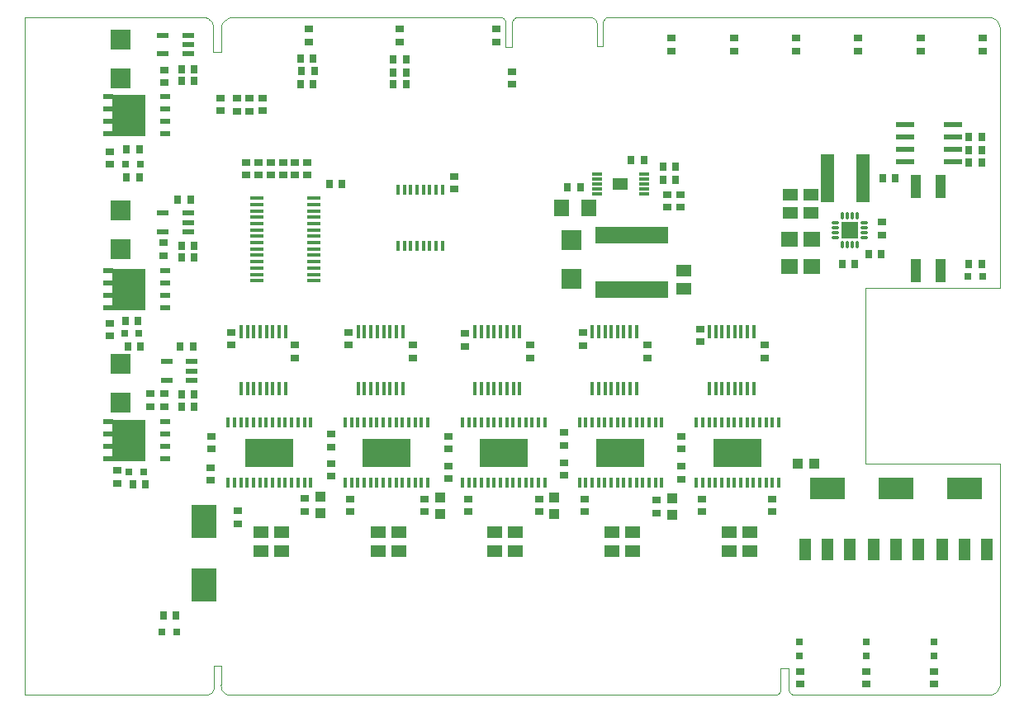
<source format=gtp>
G75*
%MOIN*%
%OFA0B0*%
%FSLAX24Y24*%
%IPPOS*%
%LPD*%
%AMOC8*
5,1,8,0,0,1.08239X$1,22.5*
%
%ADD10C,0.0000*%
%ADD11R,0.0138X0.0394*%
%ADD12R,0.1969X0.1181*%
%ADD13R,0.0140X0.0580*%
%ADD14R,0.0120X0.0390*%
%ADD15R,0.0354X0.0276*%
%ADD16R,0.0591X0.0512*%
%ADD17R,0.0315X0.0315*%
%ADD18R,0.0480X0.0880*%
%ADD19R,0.1417X0.0866*%
%ADD20R,0.0276X0.0354*%
%ADD21R,0.0580X0.0140*%
%ADD22R,0.0433X0.0394*%
%ADD23R,0.0394X0.0433*%
%ADD24R,0.0445X0.0961*%
%ADD25R,0.0984X0.1378*%
%ADD26R,0.0787X0.0787*%
%ADD27C,0.0118*%
%ADD28R,0.0709X0.0709*%
%ADD29R,0.0709X0.0630*%
%ADD30R,0.0551X0.1969*%
%ADD31R,0.0394X0.0118*%
%ADD32R,0.0630X0.0709*%
%ADD33R,0.2953X0.0709*%
%ADD34R,0.0780X0.0210*%
%ADD35R,0.0433X0.0197*%
%ADD36R,0.1378X0.1693*%
%ADD37R,0.0472X0.0217*%
D10*
X002484Y003433D02*
X009806Y003433D01*
X009807Y003433D02*
X009841Y003436D01*
X009875Y003443D01*
X009909Y003454D01*
X009941Y003467D01*
X009971Y003484D01*
X010000Y003503D01*
X010027Y003525D01*
X010052Y003550D01*
X010073Y003577D01*
X010093Y003606D01*
X010109Y003637D01*
X010122Y003670D01*
X010132Y003703D01*
X010138Y003737D01*
X010142Y003772D01*
X010141Y003807D01*
X010141Y004614D01*
X010417Y004614D01*
X010417Y003846D01*
X010416Y003847D02*
X010415Y003809D01*
X010418Y003771D01*
X010424Y003734D01*
X010434Y003697D01*
X010448Y003662D01*
X010464Y003628D01*
X010485Y003596D01*
X010508Y003566D01*
X010534Y003539D01*
X010562Y003514D01*
X010593Y003492D01*
X010626Y003474D01*
X010660Y003458D01*
X010696Y003446D01*
X010733Y003438D01*
X010770Y003433D01*
X010771Y003433D02*
X032779Y003433D01*
X032808Y003436D01*
X032837Y003443D01*
X032865Y003453D01*
X032892Y003466D01*
X032917Y003482D01*
X032939Y003502D01*
X032960Y003523D01*
X032977Y003547D01*
X032991Y003573D01*
X033002Y003601D01*
X033010Y003630D01*
X033014Y003659D01*
X033015Y003689D01*
X033015Y004516D01*
X033330Y004516D01*
X033330Y003689D01*
X033331Y003659D01*
X033335Y003630D01*
X033343Y003601D01*
X033354Y003573D01*
X033368Y003547D01*
X033385Y003523D01*
X033406Y003502D01*
X033428Y003482D01*
X033453Y003466D01*
X033480Y003453D01*
X033508Y003443D01*
X033537Y003436D01*
X033566Y003433D01*
X041361Y003433D01*
X041402Y003432D01*
X041442Y003435D01*
X041482Y003441D01*
X041522Y003451D01*
X041560Y003464D01*
X041597Y003480D01*
X041632Y003500D01*
X041666Y003522D01*
X041698Y003548D01*
X041727Y003576D01*
X041753Y003606D01*
X041777Y003639D01*
X041798Y003674D01*
X041816Y003710D01*
X041831Y003748D01*
X041842Y003786D01*
X041850Y003826D01*
X041854Y003866D01*
X041854Y012783D01*
X036417Y012783D01*
X036417Y019870D01*
X041854Y019870D01*
X041854Y030402D01*
X041854Y030401D02*
X041849Y030441D01*
X041841Y030480D01*
X041829Y030519D01*
X041814Y030556D01*
X041796Y030592D01*
X041775Y030626D01*
X041751Y030658D01*
X041724Y030688D01*
X041695Y030715D01*
X041664Y030740D01*
X041630Y030762D01*
X041595Y030781D01*
X041558Y030796D01*
X041520Y030809D01*
X041481Y030818D01*
X041442Y030824D01*
X041402Y030826D01*
X041362Y030825D01*
X041361Y030825D02*
X026056Y030825D01*
X026028Y030820D01*
X026000Y030812D01*
X025973Y030800D01*
X025947Y030786D01*
X025924Y030768D01*
X025903Y030748D01*
X025885Y030725D01*
X025869Y030701D01*
X025856Y030674D01*
X025847Y030646D01*
X025841Y030618D01*
X025839Y030589D01*
X025840Y030559D01*
X025840Y029634D01*
X025584Y029634D01*
X025584Y030539D01*
X025585Y030570D01*
X025582Y030601D01*
X025575Y030631D01*
X025564Y030661D01*
X025550Y030688D01*
X025533Y030714D01*
X025513Y030738D01*
X025490Y030759D01*
X025465Y030777D01*
X025437Y030792D01*
X025408Y030803D01*
X025378Y030811D01*
X025348Y030815D01*
X022365Y030815D01*
X022366Y030815D02*
X022338Y030808D01*
X022310Y030798D01*
X022285Y030785D01*
X022261Y030769D01*
X022239Y030751D01*
X022219Y030729D01*
X022202Y030706D01*
X022189Y030681D01*
X022178Y030654D01*
X022171Y030626D01*
X022167Y030597D01*
X022166Y030568D01*
X022169Y030540D01*
X022169Y030539D02*
X022169Y029614D01*
X021913Y029614D01*
X021913Y030539D01*
X021912Y030540D02*
X021915Y030568D01*
X021914Y030597D01*
X021910Y030626D01*
X021903Y030654D01*
X021892Y030681D01*
X021879Y030706D01*
X021862Y030729D01*
X021842Y030751D01*
X021820Y030769D01*
X021796Y030785D01*
X021771Y030798D01*
X021743Y030808D01*
X021715Y030815D01*
X021716Y030815D02*
X010889Y030815D01*
X010848Y030813D01*
X010807Y030808D01*
X010767Y030799D01*
X010728Y030787D01*
X010690Y030771D01*
X010653Y030752D01*
X010618Y030730D01*
X010586Y030705D01*
X010555Y030677D01*
X010527Y030646D01*
X010502Y030614D01*
X010480Y030579D01*
X010461Y030542D01*
X010445Y030504D01*
X010433Y030465D01*
X010424Y030425D01*
X010419Y030384D01*
X010417Y030343D01*
X010417Y029398D01*
X010102Y029398D01*
X010102Y030343D01*
X010105Y030382D01*
X010104Y030421D01*
X010100Y030459D01*
X010093Y030498D01*
X010082Y030535D01*
X010067Y030571D01*
X010050Y030606D01*
X010029Y030639D01*
X010005Y030670D01*
X009978Y030698D01*
X009949Y030724D01*
X009918Y030747D01*
X009885Y030768D01*
X009850Y030785D01*
X009813Y030798D01*
X009776Y030809D01*
X009737Y030816D01*
X009737Y030815D02*
X002484Y030815D01*
X002484Y003433D01*
D11*
X010712Y012011D03*
X010968Y012011D03*
X011224Y012011D03*
X011480Y012011D03*
X011736Y012011D03*
X011991Y012011D03*
X012247Y012011D03*
X012503Y012011D03*
X012759Y012011D03*
X013015Y012011D03*
X013271Y012011D03*
X013527Y012011D03*
X013783Y012011D03*
X014039Y012011D03*
X015436Y012011D03*
X015692Y012011D03*
X015948Y012011D03*
X016204Y012011D03*
X016460Y012011D03*
X016716Y012011D03*
X016972Y012011D03*
X017228Y012011D03*
X017484Y012011D03*
X017739Y012011D03*
X017995Y012011D03*
X018251Y012011D03*
X018507Y012011D03*
X018763Y012011D03*
X020161Y012011D03*
X020417Y012011D03*
X020673Y012011D03*
X020928Y012011D03*
X021184Y012011D03*
X021440Y012011D03*
X021696Y012011D03*
X021952Y012011D03*
X022208Y012011D03*
X022464Y012011D03*
X022720Y012011D03*
X022976Y012011D03*
X023232Y012011D03*
X023487Y012011D03*
X024885Y012011D03*
X025141Y012011D03*
X025397Y012011D03*
X025653Y012011D03*
X025909Y012011D03*
X026165Y012011D03*
X026421Y012011D03*
X026676Y012011D03*
X026932Y012011D03*
X027188Y012011D03*
X027444Y012011D03*
X027700Y012011D03*
X027956Y012011D03*
X028212Y012011D03*
X029610Y012011D03*
X029865Y012011D03*
X030121Y012011D03*
X030377Y012011D03*
X030633Y012011D03*
X030889Y012011D03*
X031145Y012011D03*
X031401Y012011D03*
X031657Y012011D03*
X031913Y012011D03*
X032169Y012011D03*
X032424Y012011D03*
X032680Y012011D03*
X032936Y012011D03*
X032936Y014442D03*
X032680Y014442D03*
X032424Y014442D03*
X032169Y014442D03*
X031913Y014442D03*
X031657Y014442D03*
X031401Y014442D03*
X031145Y014442D03*
X030889Y014442D03*
X030633Y014442D03*
X030377Y014442D03*
X030121Y014442D03*
X029865Y014442D03*
X029610Y014442D03*
X028212Y014442D03*
X027956Y014442D03*
X027700Y014442D03*
X027444Y014442D03*
X027188Y014442D03*
X026932Y014442D03*
X026676Y014442D03*
X026421Y014442D03*
X026165Y014442D03*
X025909Y014442D03*
X025653Y014442D03*
X025397Y014442D03*
X025141Y014442D03*
X024885Y014442D03*
X023487Y014442D03*
X023232Y014442D03*
X022976Y014442D03*
X022720Y014442D03*
X022464Y014442D03*
X022208Y014442D03*
X021952Y014442D03*
X021696Y014442D03*
X021440Y014442D03*
X021184Y014442D03*
X020928Y014442D03*
X020673Y014442D03*
X020417Y014442D03*
X020161Y014442D03*
X018763Y014442D03*
X018507Y014442D03*
X018251Y014442D03*
X017995Y014442D03*
X017739Y014442D03*
X017484Y014442D03*
X017228Y014442D03*
X016972Y014442D03*
X016716Y014442D03*
X016460Y014442D03*
X016204Y014442D03*
X015948Y014442D03*
X015692Y014442D03*
X015436Y014442D03*
X014039Y014442D03*
X013783Y014442D03*
X013527Y014442D03*
X013271Y014442D03*
X013015Y014442D03*
X012759Y014442D03*
X012503Y014442D03*
X012247Y014442D03*
X011991Y014442D03*
X011736Y014442D03*
X011480Y014442D03*
X011224Y014442D03*
X010968Y014442D03*
X010712Y014442D03*
D12*
X012375Y013226D03*
X017100Y013226D03*
X021824Y013226D03*
X026549Y013226D03*
X031273Y013226D03*
D13*
X031157Y015817D03*
X031407Y015817D03*
X031667Y015817D03*
X031927Y015817D03*
X030897Y015817D03*
X030647Y015817D03*
X030387Y015817D03*
X030127Y015817D03*
X030127Y018117D03*
X030387Y018117D03*
X030647Y018117D03*
X030897Y018117D03*
X031157Y018117D03*
X031407Y018117D03*
X031667Y018117D03*
X031927Y018117D03*
X027202Y018117D03*
X026942Y018117D03*
X026682Y018117D03*
X026432Y018117D03*
X026172Y018117D03*
X025922Y018117D03*
X025662Y018117D03*
X025402Y018117D03*
X025402Y015817D03*
X025662Y015817D03*
X025922Y015817D03*
X026172Y015817D03*
X026432Y015817D03*
X026682Y015817D03*
X026942Y015817D03*
X027202Y015817D03*
X022478Y015817D03*
X022218Y015817D03*
X021958Y015817D03*
X021708Y015817D03*
X021448Y015817D03*
X021198Y015817D03*
X020938Y015817D03*
X020678Y015817D03*
X020678Y018117D03*
X020938Y018117D03*
X021198Y018117D03*
X021448Y018117D03*
X021708Y018117D03*
X021958Y018117D03*
X022218Y018117D03*
X022478Y018117D03*
X017754Y018117D03*
X017494Y018117D03*
X017234Y018117D03*
X016984Y018117D03*
X016724Y018117D03*
X016474Y018117D03*
X016214Y018117D03*
X015954Y018117D03*
X015954Y015817D03*
X016214Y015817D03*
X016474Y015817D03*
X016724Y015817D03*
X016984Y015817D03*
X017234Y015817D03*
X017494Y015817D03*
X017754Y015817D03*
X013029Y015817D03*
X012769Y015817D03*
X012509Y015817D03*
X012259Y015817D03*
X011999Y015817D03*
X011749Y015817D03*
X011489Y015817D03*
X011229Y015817D03*
X011229Y018117D03*
X011489Y018117D03*
X011749Y018117D03*
X011999Y018117D03*
X012259Y018117D03*
X012509Y018117D03*
X012769Y018117D03*
X013029Y018117D03*
D14*
X017562Y021566D03*
X017818Y021566D03*
X018074Y021566D03*
X018330Y021566D03*
X018586Y021566D03*
X018842Y021566D03*
X019098Y021566D03*
X019354Y021566D03*
X019354Y023863D03*
X019098Y023863D03*
X018842Y023863D03*
X018586Y023863D03*
X018330Y023863D03*
X018074Y023863D03*
X017818Y023863D03*
X017562Y023863D03*
D15*
X019836Y023866D03*
X019836Y024378D03*
X022154Y028117D03*
X022154Y028629D03*
X021539Y029821D03*
X021539Y030333D03*
X017621Y030333D03*
X017621Y029821D03*
X013950Y029821D03*
X013950Y030333D03*
X012090Y027547D03*
X012090Y027035D03*
X011558Y027026D03*
X011056Y027026D03*
X011056Y027537D03*
X011558Y027537D03*
X010407Y027557D03*
X010407Y027045D03*
X008143Y028177D03*
X008143Y028689D03*
X005928Y025392D03*
X005928Y024880D03*
X008094Y021701D03*
X008094Y021189D03*
X005928Y018453D03*
X005928Y017941D03*
X007552Y015598D03*
X007552Y015087D03*
X008143Y015087D03*
X008143Y015598D03*
X010023Y013883D03*
X010023Y013371D03*
X010013Y012610D03*
X010013Y012098D03*
X011084Y010864D03*
X011084Y010353D03*
X013786Y010863D03*
X013786Y011374D03*
X014865Y012272D03*
X014865Y012783D03*
X014856Y013453D03*
X014856Y013965D03*
X015623Y011346D03*
X015623Y010835D03*
X018645Y010835D03*
X018645Y011346D03*
X019592Y012164D03*
X019592Y012675D03*
X019592Y013374D03*
X019592Y013886D03*
X020387Y011346D03*
X020387Y010835D03*
X023251Y010835D03*
X023251Y011346D03*
X024275Y012311D03*
X024275Y012823D03*
X024275Y013523D03*
X024275Y014035D03*
X025111Y011346D03*
X025111Y010835D03*
X028015Y010795D03*
X028015Y011307D03*
X028999Y012154D03*
X028999Y012665D03*
X028989Y013374D03*
X028989Y013886D03*
X029836Y011346D03*
X029836Y010835D03*
X032659Y010835D03*
X032659Y011346D03*
X032356Y017055D03*
X032356Y017567D03*
X029756Y017715D03*
X029756Y018227D03*
X027631Y017567D03*
X027631Y017055D03*
X025031Y017555D03*
X025031Y018067D03*
X022907Y017567D03*
X022907Y017055D03*
X020267Y017525D03*
X020267Y018037D03*
X018182Y017567D03*
X018182Y017055D03*
X015562Y017565D03*
X015562Y018077D03*
X013409Y017567D03*
X013409Y017055D03*
X010829Y017565D03*
X010829Y018077D03*
X006224Y012498D03*
X006224Y011986D03*
X011440Y024437D03*
X011932Y024437D03*
X012424Y024437D03*
X012917Y024437D03*
X013409Y024437D03*
X013409Y024949D03*
X012917Y024949D03*
X012424Y024949D03*
X011932Y024949D03*
X011440Y024949D03*
X013901Y024949D03*
X013901Y024437D03*
X028419Y023659D03*
X028960Y023659D03*
X028960Y023148D03*
X028419Y023148D03*
X028615Y029457D03*
X028615Y029969D03*
X031125Y029969D03*
X031125Y029457D03*
X033635Y029457D03*
X033635Y029969D03*
X036145Y029969D03*
X036145Y029457D03*
X038655Y029457D03*
X038655Y029969D03*
X041165Y029969D03*
X041165Y029457D03*
X037090Y022537D03*
X037090Y022026D03*
X036480Y004388D03*
X036480Y003876D03*
X033793Y003876D03*
X033793Y004388D03*
X039196Y004388D03*
X039196Y003876D03*
D16*
X031765Y009260D03*
X031765Y010008D03*
X030928Y010008D03*
X030928Y009260D03*
X027041Y009260D03*
X027041Y010008D03*
X026204Y010008D03*
X026204Y009260D03*
X022316Y009260D03*
X022316Y010008D03*
X021480Y010008D03*
X021480Y009260D03*
X017592Y009260D03*
X017592Y010008D03*
X016755Y010008D03*
X016755Y009260D03*
X012867Y009260D03*
X012867Y010008D03*
X012031Y010008D03*
X012031Y009260D03*
X029108Y019841D03*
X029108Y020589D03*
X026533Y024065D03*
X033389Y023659D03*
X034236Y023659D03*
X034236Y022911D03*
X033389Y022911D03*
D17*
X040574Y020362D03*
X041165Y020362D03*
X039196Y005589D03*
X039196Y004998D03*
X036470Y004998D03*
X036470Y005589D03*
X033773Y005589D03*
X033773Y004998D03*
X008635Y005992D03*
X008045Y005992D03*
X007306Y012439D03*
X006716Y012439D03*
X006519Y018049D03*
X007110Y018049D03*
X007159Y024890D03*
X006568Y024890D03*
D18*
X033985Y009329D03*
X034895Y009329D03*
X035805Y009329D03*
X036761Y009329D03*
X037671Y009329D03*
X038580Y009329D03*
X039517Y009329D03*
X040426Y009329D03*
X041336Y009329D03*
D19*
X040426Y011769D03*
X037671Y011769D03*
X034895Y011769D03*
D20*
X035495Y020835D03*
X036007Y020835D03*
X036558Y021248D03*
X037070Y021248D03*
X040613Y020854D03*
X041125Y020854D03*
X037631Y024299D03*
X037119Y024299D03*
X040613Y024939D03*
X041125Y024939D03*
X041125Y025431D03*
X040613Y025431D03*
X040613Y025972D03*
X041125Y025972D03*
X028773Y024781D03*
X028261Y024781D03*
X028261Y024240D03*
X028773Y024240D03*
X027493Y025057D03*
X026982Y025057D03*
X024924Y023935D03*
X024413Y023935D03*
X017887Y028098D03*
X017887Y028581D03*
X017375Y028581D03*
X017375Y028098D03*
X017375Y029112D03*
X017887Y029112D03*
X014186Y028650D03*
X013674Y028650D03*
X013625Y028098D03*
X014137Y028098D03*
X014137Y029161D03*
X013625Y029161D03*
X009334Y028728D03*
X009334Y028236D03*
X008822Y028236D03*
X008822Y028728D03*
X007119Y025480D03*
X006608Y025480D03*
X006608Y024348D03*
X007119Y024348D03*
X008674Y023463D03*
X009186Y023463D03*
X009334Y021593D03*
X008822Y021593D03*
X008822Y021100D03*
X009334Y021100D03*
X007070Y018541D03*
X006558Y018541D03*
X006657Y017508D03*
X007169Y017508D03*
X008773Y017508D03*
X009285Y017508D03*
X009334Y015589D03*
X009334Y015096D03*
X008822Y015096D03*
X008822Y015589D03*
X007365Y011947D03*
X006854Y011947D03*
X008084Y006632D03*
X008596Y006632D03*
X014795Y024075D03*
X015306Y024075D03*
D21*
X014165Y023499D03*
X014165Y023249D03*
X014165Y022989D03*
X014165Y022739D03*
X014165Y022479D03*
X014165Y022219D03*
X014165Y021969D03*
X014165Y021709D03*
X014165Y021459D03*
X014165Y021199D03*
X014165Y020939D03*
X014165Y020689D03*
X014165Y020429D03*
X014165Y020179D03*
X011865Y020179D03*
X011865Y020429D03*
X011865Y020689D03*
X011865Y020939D03*
X011865Y021199D03*
X011865Y021459D03*
X011865Y021709D03*
X011865Y021969D03*
X011865Y022219D03*
X011865Y022479D03*
X011865Y022739D03*
X011865Y022989D03*
X011865Y023249D03*
X011865Y023499D03*
D22*
X033700Y012770D03*
X034369Y012770D03*
D23*
X028635Y011386D03*
X028635Y010717D03*
X023871Y010736D03*
X023871Y011406D03*
X019265Y011406D03*
X019265Y010736D03*
X014423Y010776D03*
X014423Y011445D03*
D24*
X038450Y020589D03*
X039450Y020589D03*
X039450Y023974D03*
X038450Y023974D03*
D25*
X009728Y010441D03*
X009728Y007882D03*
D26*
X006371Y015244D03*
X006371Y016819D03*
X006371Y021445D03*
X006371Y023020D03*
X006371Y028335D03*
X006371Y029909D03*
X024560Y021829D03*
X024560Y020254D03*
D27*
X035122Y021917D02*
X035298Y021917D01*
X035298Y022114D02*
X035122Y022114D01*
X035122Y022311D02*
X035298Y022311D01*
X035298Y022508D02*
X035122Y022508D01*
X035495Y022705D02*
X035495Y022881D01*
X035692Y022881D02*
X035692Y022705D01*
X035889Y022705D02*
X035889Y022881D01*
X036086Y022881D02*
X036086Y022705D01*
X036283Y022508D02*
X036459Y022508D01*
X036459Y022311D02*
X036283Y022311D01*
X036283Y022114D02*
X036459Y022114D01*
X036459Y021917D02*
X036283Y021917D01*
X036086Y021720D02*
X036086Y021544D01*
X035889Y021544D02*
X035889Y021720D01*
X035692Y021720D02*
X035692Y021544D01*
X035495Y021544D02*
X035495Y021720D01*
D28*
X035791Y022213D03*
D29*
X034255Y021858D03*
X033379Y021858D03*
X033379Y020756D03*
X034255Y020756D03*
D30*
X034885Y024299D03*
X036342Y024299D03*
D31*
X027493Y024270D03*
X027493Y024467D03*
X027493Y024071D03*
X027493Y023876D03*
X027493Y023679D03*
X025604Y023679D03*
X025604Y023876D03*
X025604Y024071D03*
X025604Y024270D03*
X025604Y024467D03*
D32*
X025279Y023118D03*
X024176Y023118D03*
D33*
X026991Y022006D03*
X026991Y019801D03*
D34*
X038029Y024976D03*
X038029Y025476D03*
X038029Y025976D03*
X038029Y026476D03*
X039969Y026476D03*
X039969Y025976D03*
X039969Y025476D03*
X039969Y024976D03*
D35*
X008153Y026108D03*
X008153Y026608D03*
X008153Y027108D03*
X008153Y027608D03*
X005869Y027608D03*
X005869Y027108D03*
X005869Y026608D03*
X005869Y026108D03*
X005869Y020571D03*
X005869Y020071D03*
X005869Y019571D03*
X005869Y019071D03*
X008153Y019071D03*
X008153Y019571D03*
X008153Y020071D03*
X008153Y020571D03*
X008153Y014469D03*
X008153Y013969D03*
X008153Y013469D03*
X008153Y012969D03*
X005869Y012969D03*
X005869Y013469D03*
X005869Y013969D03*
X005869Y014469D03*
D36*
X006716Y013719D03*
X006716Y019821D03*
X006716Y026858D03*
D37*
X008074Y029339D03*
X008074Y030087D03*
X009098Y030087D03*
X009098Y029713D03*
X009098Y029339D03*
X009098Y022902D03*
X009098Y022528D03*
X009098Y022154D03*
X008074Y022154D03*
X008074Y022902D03*
X008222Y016898D03*
X008222Y016150D03*
X009245Y016150D03*
X009245Y016524D03*
X009245Y016898D03*
M02*

</source>
